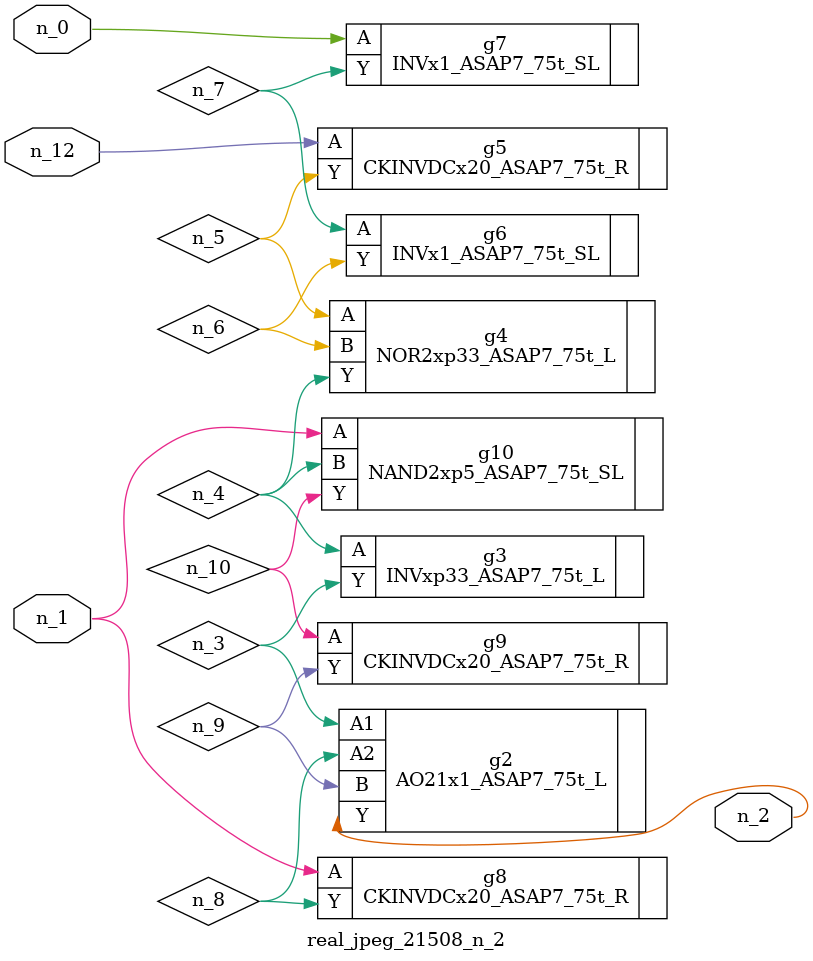
<source format=v>
module real_jpeg_21508_n_2 (n_12, n_1, n_0, n_2);

input n_12;
input n_1;
input n_0;

output n_2;

wire n_5;
wire n_8;
wire n_4;
wire n_6;
wire n_7;
wire n_3;
wire n_10;
wire n_9;

INVx1_ASAP7_75t_SL g7 ( 
.A(n_0),
.Y(n_7)
);

CKINVDCx20_ASAP7_75t_R g8 ( 
.A(n_1),
.Y(n_8)
);

NAND2xp5_ASAP7_75t_SL g10 ( 
.A(n_1),
.B(n_4),
.Y(n_10)
);

AO21x1_ASAP7_75t_L g2 ( 
.A1(n_3),
.A2(n_8),
.B(n_9),
.Y(n_2)
);

INVxp33_ASAP7_75t_L g3 ( 
.A(n_4),
.Y(n_3)
);

NOR2xp33_ASAP7_75t_L g4 ( 
.A(n_5),
.B(n_6),
.Y(n_4)
);

INVx1_ASAP7_75t_SL g6 ( 
.A(n_7),
.Y(n_6)
);

CKINVDCx20_ASAP7_75t_R g9 ( 
.A(n_10),
.Y(n_9)
);

CKINVDCx20_ASAP7_75t_R g5 ( 
.A(n_12),
.Y(n_5)
);


endmodule
</source>
